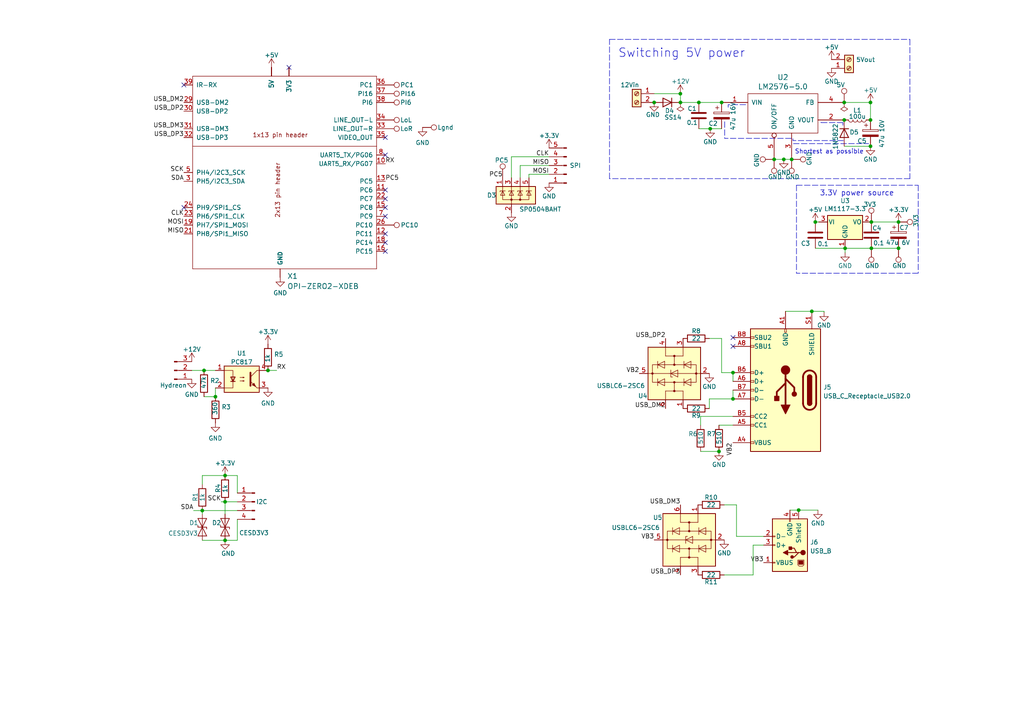
<source format=kicad_sch>
(kicad_sch (version 20240101) (generator "eeschema") (generator_version "8.99")
  (paper "A4")
  (lib_symbols
    (symbol "Connector:Conn_01x03_Male" (pin_names (offset 1.016) hide)
      (property "Reference" "J" (at 0 5.08 0))
      (property "Value" "Conn_01x03_Male" (at 0 -5.08 0))
      (symbol "Conn_01x03_Male_1_1"
        (pin passive line (at 5.08 2.54 180) (length 3.81) (name "Pin_1") (number "1"))
        (pin passive line (at 5.08 0 180) (length 3.81) (name "Pin_2") (number "2"))
        (pin passive line (at 5.08 -2.54 180) (length 3.81) (name "Pin_3") (number "3"))
      )
    )
    (symbol "Connector:Conn_01x04_Male" (pin_names (offset 1.016) hide)
      (property "Reference" "J" (at 0 5.08 0))
      (property "Value" "Conn_01x04_Male" (at 0 -7.62 0))
      (symbol "Conn_01x04_Male_1_1"
        (pin passive line (at 5.08 2.54 180) (length 3.81) (name "Pin_1") (number "1"))
        (pin passive line (at 5.08 0 180) (length 3.81) (name "Pin_2") (number "2"))
        (pin passive line (at 5.08 -2.54 180) (length 3.81) (name "Pin_3") (number "3"))
        (pin passive line (at 5.08 -5.08 180) (length 3.81) (name "Pin_4") (number "4"))
      )
    )
    (symbol "Connector:Conn_01x05_Male" (pin_names (offset 1.016) hide)
      (property "Reference" "J" (at 0 7.62 0))
      (property "Value" "Conn_01x05_Male" (at 0 -7.62 0))
      (symbol "Conn_01x05_Male_1_1"
        (pin passive line (at 5.08 5.08 180) (length 3.81) (name "Pin_1") (number "1"))
        (pin passive line (at 5.08 2.54 180) (length 3.81) (name "Pin_2") (number "2"))
        (pin passive line (at 5.08 0 180) (length 3.81) (name "Pin_3") (number "3"))
        (pin passive line (at 5.08 -2.54 180) (length 3.81) (name "Pin_4") (number "4"))
        (pin passive line (at 5.08 -5.08 180) (length 3.81) (name "Pin_5") (number "5"))
      )
    )
    (symbol "Connector:Screw_Terminal_01x02" (pin_names (offset 1.016) hide)
      (property "Reference" "J" (at 0 2.54 0))
      (property "Value" "Screw_Terminal_01x02" (at 0 -5.08 0))
      (symbol "Screw_Terminal_01x02_1_1"
        (pin passive line (at -5.08 0 0) (length 3.81) (name "Pin_1") (number "1"))
        (pin passive line (at -5.08 -2.54 0) (length 3.81) (name "Pin_2") (number "2"))
      )
    )
    (symbol "Connector:TestPoint" (pin_numbers hide) (pin_names (offset 0.762) hide)
      (property "Reference" "TP" (at 0 6.858 0))
      (property "Value" "TestPoint" (at 0 5.08 0))
      (symbol "TestPoint_1_1"
        (pin passive line (at 0 0 90) (length 2.54) (name "1") (number "1"))
      )
    )
    (symbol "Connector:USB_B" (pin_names (offset 1.016))
      (property "Reference" "J" (at -5.08 11.43 0))
      (property "Value" "USB_B" (at -5.08 8.89 0))
      (symbol "USB_B_1_1"
        (pin power_out line (at 7.62 5.08 180) (length 2.54) (name "VBUS") (number "1"))
        (pin bidirectional line (at 7.62 -2.54 180) (length 2.54) (name "D-") (number "2"))
        (pin bidirectional line (at 7.62 0 180) (length 2.54) (name "D+") (number "3"))
        (pin power_out line (at 0 -10.16 90) (length 2.54) (name "GND") (number "4"))
        (pin passive line (at -2.54 -10.16 90) (length 2.54) (name "Shield") (number "5"))
      )
    )
    (symbol "Connector:USB_C_Receptacle_USB2.0" (pin_names (offset 1.016))
      (property "Reference" "J" (at -10.16 19.05 0))
      (property "Value" "USB_C_Receptacle_USB2.0" (at 19.05 19.05 0))
      (symbol "USB_C_Receptacle_USB2.0_1_1"
        (pin passive line (at 0 -22.86 90) (length 5.08) (name "GND") (number "A1"))
        (pin passive line (at 0 -22.86 90) (length 5.08) hide (name "GND") (number "A12"))
        (pin passive line (at 15.24 15.24 180) (length 5.08) (name "VBUS") (number "A4"))
        (pin bidirectional line (at 15.24 10.16 180) (length 5.08) (name "CC1") (number "A5"))
        (pin bidirectional line (at 15.24 -2.54 180) (length 5.08) (name "D+") (number "A6"))
        (pin bidirectional line (at 15.24 2.54 180) (length 5.08) (name "D-") (number "A7"))
        (pin bidirectional line (at 15.24 -12.7 180) (length 5.08) (name "SBU1") (number "A8"))
        (pin passive line (at 15.24 15.24 180) (length 5.08) hide (name "VBUS") (number "A9"))
        (pin passive line (at 0 -22.86 90) (length 5.08) hide (name "GND") (number "B1"))
        (pin passive line (at 0 -22.86 90) (length 5.08) hide (name "GND") (number "B12"))
        (pin passive line (at 15.24 15.24 180) (length 5.08) hide (name "VBUS") (number "B4"))
        (pin bidirectional line (at 15.24 7.62 180) (length 5.08) (name "CC2") (number "B5"))
        (pin bidirectional line (at 15.24 -5.08 180) (length 5.08) (name "D+") (number "B6"))
        (pin bidirectional line (at 15.24 0 180) (length 5.08) (name "D-") (number "B7"))
        (pin bidirectional line (at 15.24 -15.24 180) (length 5.08) (name "SBU2") (number "B8"))
        (pin passive line (at 15.24 15.24 180) (length 5.08) hide (name "VBUS") (number "B9"))
        (pin passive line (at -7.62 -22.86 90) (length 5.08) (name "SHIELD") (number "S1"))
      )
    )
    (symbol "Device:C" (pin_numbers hide) (pin_names (offset 0.254))
      (property "Reference" "C" (at 0.635 2.54 0))
      (property "Value" "C" (at 0.635 -2.54 0))
      (symbol "C_1_1"
        (pin passive line (at 0 3.81 270) (length 2.794) (name "~") (number "1"))
        (pin passive line (at 0 -3.81 90) (length 2.794) (name "~") (number "2"))
      )
    )
    (symbol "Device:C_Polarized" (pin_numbers hide) (pin_names (offset 0.254))
      (property "Reference" "C" (at 0.635 2.54 0))
      (property "Value" "C_Polarized" (at 0.635 -2.54 0))
      (symbol "C_Polarized_1_1"
        (pin passive line (at 0 3.81 270) (length 2.794) (name "~") (number "1"))
        (pin passive line (at 0 -3.81 90) (length 2.794) (name "~") (number "2"))
      )
    )
    (symbol "Device:D" (pin_numbers hide) (pin_names (offset 1.016) hide)
      (property "Reference" "D" (at 0 2.54 0))
      (property "Value" "D" (at 0 -2.54 0))
      (symbol "D_1_1"
        (pin passive line (at -3.81 0 0) (length 2.54) (name "K") (number "1"))
        (pin passive line (at 3.81 0 180) (length 2.54) (name "A") (number "2"))
      )
    )
    (symbol "Device:L" (pin_numbers hide) (pin_names (offset 1.016) hide)
      (property "Reference" "L" (at -1.27 0 90))
      (property "Value" "L" (at 1.905 0 90))
      (symbol "L_1_1"
        (pin passive line (at 0 3.81 270) (length 1.27) (name "1") (number "1"))
        (pin passive line (at 0 -3.81 90) (length 1.27) (name "2") (number "2"))
      )
    )
    (symbol "Device:R" (pin_numbers hide) (pin_names (offset 0))
      (property "Reference" "R" (at 2.032 0 90))
      (property "Value" "R" (at 0 0 90))
      (symbol "R_1_1"
        (pin passive line (at 0 3.81 270) (length 1.27) (name "~") (number "1"))
        (pin passive line (at 0 -3.81 90) (length 1.27) (name "~") (number "2"))
      )
    )
    (symbol "Diode:ESD9B3.3ST5G" (pin_numbers hide) (pin_names (offset 1.016) hide)
      (property "Reference" "D" (at 0 2.54 0))
      (property "Value" "ESD9B3.3ST5G" (at 0 -2.54 0))
      (symbol "ESD9B3.3ST5G_1_1"
        (pin passive line (at -3.81 0 0) (length 2.54) (name "A1") (number "1"))
        (pin passive line (at 3.81 0 180) (length 2.54) (name "A2") (number "2"))
      )
    )
    (symbol "Isolator:PC817" (pin_names (offset 1.016))
      (property "Reference" "U" (at -5.08 5.08 0))
      (property "Value" "PC817" (at 0 5.08 0))
      (symbol "PC817_1_1"
        (pin passive line (at -7.62 2.54 0) (length 2.54) (name "~") (number "1"))
        (pin passive line (at -7.62 -2.54 0) (length 2.54) (name "~") (number "2"))
        (pin passive line (at 7.62 -2.54 180) (length 2.54) (name "~") (number "3"))
        (pin passive line (at 7.62 2.54 180) (length 2.54) (name "~") (number "4"))
      )
    )
    (symbol "Power_Protection:SP0504BAHT" (pin_names hide)
      (property "Reference" "D" (at 7.62 2.54 0))
      (property "Value" "SP0504BAHT" (at 7.62 0.635 0))
      (symbol "SP0504BAHT_0_0"
        (pin passive line (at 0 -5.08 90) (length 2.54) (name "A") (number "2"))
      )
      (symbol "SP0504BAHT_1_1"
        (pin passive line (at -2.54 5.08 270) (length 2.54) (name "K") (number "1"))
        (pin passive line (at 0 5.08 270) (length 2.54) (name "K") (number "3"))
        (pin passive line (at 2.54 5.08 270) (length 2.54) (name "K") (number "4"))
        (pin passive line (at 5.08 5.08 270) (length 2.54) (name "K") (number "5"))
      )
    )
    (symbol "Power_Protection:USBLC6-2SC6" (pin_names hide)
      (property "Reference" "U" (at 2.54 8.89 0))
      (property "Value" "USBLC6-2SC6" (at 2.54 -8.89 0))
      (symbol "USBLC6-2SC6_1_1"
        (pin passive line (at -10.16 -2.54 0) (length 2.54) (name "I/O1") (number "1"))
        (pin passive line (at 0 -10.16 90) (length 2.54) (name "GND") (number "2"))
        (pin passive line (at 10.16 -2.54 180) (length 2.54) (name "I/O2") (number "3"))
        (pin passive line (at 10.16 2.54 180) (length 2.54) (name "I/O2") (number "4"))
        (pin passive line (at 0 10.16 270) (length 2.54) (name "VBUS") (number "5"))
        (pin passive line (at -10.16 2.54 0) (length 2.54) (name "I/O1") (number "6"))
      )
    )
    (symbol "Regulator_Linear:LM1117-3.3" (pin_names (offset 0.254))
      (property "Reference" "U" (at -3.81 3.175 0))
      (property "Value" "LM1117-3.3" (at 0 3.175 0))
      (symbol "LM1117-3.3_1_1"
        (pin power_in line (at 0 -7.62 90) (length 2.54) (name "GND") (number "1"))
        (pin power_out line (at 7.62 0 180) (length 2.54) (name "VO") (number "2"))
        (pin power_in line (at -7.62 0 0) (length 2.54) (name "VI") (number "3"))
      )
    )
    (symbol "opi-hat:OPI-ZERO2-XDEB" (pin_names (offset 1.016))
      (property "Reference" "X" (at 2.54 5.08 0))
      (property "Value" "OPI-ZERO2-XDEB" (at 2.54 2.54 0))
      (symbol "OPI-ZERO2-XDEB_1_0"
        (text "1x13 pin header" (at 25.4 38.1 0) (effects (font (size 1.27 1.27)) (justify bottom)))
        (text "2x13 pin header" (at 25.4 22.86 900) (effects (font (size 1.27 1.27)) (justify bottom)))
        (pin power_in line (at 27.94 58.42 270) (length 2.54) (name "3V3") (number "1"))
        (pin bidirectional line (at 55.88 30.48 180) (length 2.54) (name "UART5_RX/PG07") (number "10"))
        (pin bidirectional line (at 55.88 22.86 180) (length 2.54) (name "PC6") (number "11"))
        (pin bidirectional line (at 55.88 10.16 180) (length 2.54) (name "PC11") (number "12"))
        (pin bidirectional line (at 55.88 25.4 180) (length 2.54) (name "PC5") (number "13"))
        (pin power_in line (at 25.4 -2.54 90) (length 2.54) (name "GND") (number "14"))
        (pin bidirectional line (at 55.88 17.78 180) (length 2.54) (name "PC8") (number "15"))
        (pin bidirectional line (at 55.88 5.08 180) (length 2.54) (name "PC15") (number "16"))
        (pin power_in line (at 27.94 58.42 270) (length 2.54) (name "3V3") (number "17"))
        (pin bidirectional line (at 55.88 7.62 180) (length 2.54) (name "PC14") (number "18"))
        (pin bidirectional line (at -2.54 12.7 0) (length 2.54) (name "PH7/SPI1_MOSI") (number "19"))
        (pin power_in line (at 22.86 58.42 270) (length 2.54) (name "5V") (number "2"))
        (pin power_in line (at 25.4 -2.54 90) (length 2.54) (name "GND") (number "20"))
        (pin bidirectional line (at -2.54 10.16 0) (length 2.54) (name "PH8/SPI1_MISO") (number "21"))
        (pin bidirectional line (at 55.88 20.32 180) (length 2.54) (name "PC7") (number "22"))
        (pin bidirectional line (at -2.54 15.24 0) (length 2.54) (name "PH6/SPI1_CLK") (number "23"))
        (pin bidirectional line (at -2.54 17.78 0) (length 2.54) (name "PH9/SPI1_CS") (number "24"))
        (pin power_in line (at 25.4 -2.54 90) (length 2.54) (name "GND") (number "25"))
        (pin bidirectional line (at 55.88 12.7 180) (length 2.54) (name "PC10") (number "26"))
        (pin power_in line (at 22.86 58.42 270) (length 2.54) (name "5V") (number "27"))
        (pin power_in line (at 22.86 58.42 270) (length 2.54) (name "5V") (number "27"))
        (pin power_in line (at 25.4 -2.54 90) (length 2.54) (name "GND") (number "28"))
        (pin bidirectional line (at -2.54 48.26 0) (length 2.54) (name "USB-DM2") (number "29"))
        (pin bidirectional line (at -2.54 25.4 0) (length 2.54) (name "PH5/I2C3_SDA") (number "3"))
        (pin bidirectional line (at -2.54 45.72 0) (length 2.54) (name "USB-DP2") (number "30"))
        (pin bidirectional line (at -2.54 40.64 0) (length 2.54) (name "USB-DM3") (number "31"))
        (pin bidirectional line (at -2.54 38.1 0) (length 2.54) (name "USB-DP3") (number "32"))
        (pin passive line (at 55.88 40.64 180) (length 2.54) (name "LINE_OUT-R") (number "33"))
        (pin passive line (at 55.88 43.18 180) (length 2.54) (name "LINE_OUT-L") (number "34"))
        (pin passive line (at 55.88 38.1 180) (length 2.54) (name "VIDEO_OUT") (number "35"))
        (pin passive line (at 55.88 53.34 180) (length 2.54) (name "PC1") (number "36"))
        (pin passive line (at 55.88 50.8 180) (length 2.54) (name "PI16") (number "37"))
        (pin passive line (at 55.88 48.26 180) (length 2.54) (name "PI6") (number "38"))
        (pin passive line (at -2.54 53.34 0) (length 2.54) (name "IR-RX") (number "39"))
        (pin power_in line (at 22.86 58.42 270) (length 2.54) (name "5V") (number "4"))
        (pin power_in line (at 22.86 58.42 270) (length 2.54) (name "5V") (number "4"))
        (pin bidirectional line (at -2.54 27.94 0) (length 2.54) (name "PH4/I2C3_SCK") (number "5"))
        (pin power_in line (at 25.4 -2.54 90) (length 2.54) (name "GND") (number "6"))
        (pin bidirectional line (at 55.88 15.24 180) (length 2.54) (name "PC9") (number "7"))
        (pin bidirectional line (at 55.88 33.02 180) (length 2.54) (name "UART5_TX/PG06") (number "8"))
        (pin power_in line (at 25.4 -2.54 90) (length 2.54) (name "GND") (number "9"))
      )
    )
    (symbol "power:+12V" (power) (pin_names (offset 0))
      (property "Value" "+12V" (at 0 3.556 0))
      (symbol "+12V_1_1"
        (pin power_in line (at 0 0 90) (length 0) hide (name "+12V") (number "1"))
      )
    )
    (symbol "power:+3.3V" (power) (pin_names (offset 0))
      (property "Value" "+3.3V" (at 0 3.556 0))
      (symbol "+3.3V_1_1"
        (pin power_in line (at 0 0 90) (length 0) hide (name "+3.3V") (number "1"))
      )
    )
    (symbol "power:+5V" (power) (pin_names (offset 0))
      (property "Value" "+5V" (at 0 3.556 0))
      (symbol "+5V_1_1"
        (pin power_in line (at 0 0 90) (length 0) hide (name "+5V") (number "1"))
      )
    )
    (symbol "power:GND" (power) (pin_names (offset 0))
      (property "Value" "GND" (at 0 -3.81 0))
      (symbol "GND_1_1"
        (pin power_in line (at 0 0 270) (length 0) hide (name "GND") (number "1"))
      )
    )
    (symbol "power:PWR_FLAG" (power) (pin_numbers hide) (pin_names (offset 0) hide)
      (property "Value" "PWR_FLAG" (at 0 3.81 0))
      (symbol "PWR_FLAG_0_0"
        (pin power_out line (at 0 0 90) (length 0) (name "pwr") (number "1"))
      )
    )
    (symbol "stm32-rescue:+5V" (power) (pin_names (offset 0))
      (property "Value" "+5V" (at 0 3.556 0))
      (symbol "+5V_1_1"
        (pin power_in line (at 0 0 90) (length 0) hide (name "+5V") (number "1"))
      )
    )
    (symbol "stm32-rescue:C" (pin_numbers hide) (pin_names (offset 0.254))
      (property "Reference" "C" (at 0.635 2.54 0))
      (property "Value" "C" (at 0.635 -2.54 0))
      (symbol "C_1_1"
        (pin passive line (at 0 3.81 270) (length 2.794) (name "~") (number "1"))
        (pin passive line (at 0 -3.81 90) (length 2.794) (name "~") (number "2"))
      )
    )
    (symbol "stm32-rescue:CP" (pin_numbers hide) (pin_names (offset 0.254))
      (property "Reference" "C" (at 0.635 2.54 0))
      (property "Value" "CP" (at 0.635 -2.54 0))
      (symbol "CP_1_1"
        (pin passive line (at 0 3.81 270) (length 2.794) (name "~") (number "1"))
        (pin passive line (at 0 -3.81 90) (length 2.794) (name "~") (number "2"))
      )
    )
    (symbol "vreg:LM2576" (pin_names (offset 1.016))
      (property "Reference" "U" (at -8.89 6.35 0))
      (property "Value" "LM2576" (at 6.35 6.35 0))
      (symbol "LM2576_1_1"
        (pin power_in line (at -17.78 2.54 0) (length 7.62) (name "VIN") (number "1"))
        (pin power_out line (at 17.78 -2.54 180) (length 7.62) (name "VOUT") (number "2"))
        (pin power_in line (at 2.54 -13.97 90) (length 7.62) (name "GND") (number "3"))
        (pin input line (at 17.78 2.54 180) (length 7.62) (name "FB") (number "4"))
        (pin input inverted (at -2.54 -13.97 90) (length 7.62) (name "ON/OFF") (number "5"))
      )
    )
  )
  (junction (at 260.604 72.009))
  (junction (at 252.476 29.718))
  (junction (at 244.856 29.718))
  (junction (at 212.598 115.697))
  (junction (at 62.484 115.062))
  (junction (at 229.616 46.228))
  (junction (at 208.534 130.937))
  (junction (at 205.994 37.338))
  (junction (at 252.73 64.389))
  (junction (at 236.474 64.389))
  (junction (at 212.598 108.077))
  (junction (at 58.674 148.082))
  (junction (at 231.648 147.955))
  (junction (at 197.3326 27.178))
  (junction (at 252.73 72.009))
  (junction (at 77.724 107.442))
  (junction (at 235.458 90.297))
  (junction (at 227.33 46.228))
  (junction (at 244.856 34.798))
  (junction (at 260.604 64.389))
  (junction (at 224.536 46.228))
  (junction (at 65.278 137.922))
  (junction (at 252.476 34.798))
  (junction (at 197.358 29.718))
  (junction (at 65.278 156.718))
  (junction (at 202.692 29.718))
  (junction (at 59.182 107.442))
  (junction (at 189.738 29.718))
  (junction (at 252.476 42.418))
  (junction (at 65.278 145.542))
  (junction (at 209.296 29.718))
  (junction (at 245.11 72.009))
  (no_connect (at 83.82 19.558))
  (no_connect (at 212.598 97.917))
  (no_connect (at 212.598 100.457))
  (no_connect (at 111.76 57.658))
  (no_connect (at 111.76 62.738))
  (no_connect (at 111.76 55.118))
  (no_connect (at 111.76 60.198))
  (no_connect (at 111.76 39.878))
  (no_connect (at 111.76 44.958))
  (no_connect (at 53.34 24.638))
  (no_connect (at 53.34 60.198))
  (no_connect (at 111.76 70.358))
  (no_connect (at 111.76 67.818))
  (no_connect (at 111.76 72.898))
  (polyline (pts (xy 263.906 51.816) (xy 176.784 51.816)) (stroke (width 0) (type dash)))
  (polyline (pts (xy 231.013 53.721) (xy 231.013 79.248)) (stroke (width 0) (type dash)))
  (wire (pts (xy 68.834 137.922) (xy 68.834 143.002)))
  (wire (pts (xy 203.2 120.777) (xy 203.2 123.317)))
  (polyline (pts (xy 238.125 35.433) (xy 238.125 35.56)) (stroke (width 0) (type dash)))
  (wire (pts (xy 197.3326 27.178) (xy 197.358 27.178)))
  (wire (pts (xy 229.108 147.955) (xy 231.648 147.955)))
  (wire (pts (xy 77.724 107.442) (xy 80.264 107.442)))
  (wire (pts (xy 205.74 118.491) (xy 205.74 115.697)))
  (polyline (pts (xy 266.319 53.721) (xy 266.319 79.248)) (stroke (width 0) (type dash)))
  (wire (pts (xy 64.135 145.542) (xy 65.278 145.542)))
  (wire (pts (xy 213.614 155.575) (xy 213.614 146.431)))
  (polyline (pts (xy 266.319 79.248) (xy 231.013 79.248)) (stroke (width 0) (type dash)))
  (wire (pts (xy 56.134 148.082) (xy 58.674 148.082)))
  (wire (pts (xy 55.626 107.442) (xy 59.182 107.442)))
  (wire (pts (xy 213.614 146.431) (xy 210.058 146.431)))
  (wire (pts (xy 65.278 156.718) (xy 68.834 156.718)))
  (wire (pts (xy 209.296 98.171) (xy 205.74 98.171)))
  (wire (pts (xy 252.73 72.009) (xy 260.604 72.009)))
  (wire (pts (xy 153.416 50.546) (xy 159.258 50.546)))
  (wire (pts (xy 235.458 90.297) (xy 239.014 90.297)))
  (polyline (pts (xy 231.013 53.721) (xy 266.319 53.721)) (stroke (width 0) (type dash)))
  (wire (pts (xy 202.692 37.338) (xy 205.994 37.338)))
  (wire (pts (xy 65.278 145.542) (xy 68.834 145.542)))
  (wire (pts (xy 58.674 148.082) (xy 58.674 149.098)))
  (wire (pts (xy 236.474 72.009) (xy 245.11 72.009)))
  (wire (pts (xy 212.598 120.777) (xy 203.2 120.777)))
  (wire (pts (xy 212.598 108.077) (xy 209.296 108.077)))
  (wire (pts (xy 208.534 123.317) (xy 212.598 123.317)))
  (wire (pts (xy 148.336 45.466) (xy 148.336 51.562)))
  (wire (pts (xy 58.674 137.922) (xy 65.278 137.922)))
  (wire (pts (xy 252.476 42.418) (xy 244.856 42.418)))
  (polyline (pts (xy 244.475 36.322) (xy 244.475 35.56)) (stroke (width 0) (type dash)))
  (wire (pts (xy 150.876 48.006) (xy 150.876 51.562)))
  (wire (pts (xy 159.258 48.006) (xy 150.876 48.006)))
  (polyline (pts (xy 229.997 40.259) (xy 229.997 40.767)) (stroke (width 0) (type dash)))
  (wire (pts (xy 153.416 51.562) (xy 153.416 50.546)))
  (polyline (pts (xy 230.124 41.656) (xy 251.968 41.656)) (stroke (width 0) (type dash)))
  (wire (pts (xy 221.488 155.575) (xy 213.614 155.575)))
  (wire (pts (xy 202.692 29.718) (xy 209.296 29.718)))
  (wire (pts (xy 203.2 130.937) (xy 208.534 130.937)))
  (wire (pts (xy 229.616 46.228) (xy 227.33 46.228)))
  (wire (pts (xy 245.11 72.009) (xy 252.73 72.009)))
  (wire (pts (xy 237.49 64.389) (xy 236.474 64.389)))
  (polyline (pts (xy 244.602 40.767) (xy 229.997 40.767)) (stroke (width 0) (type dash)))
  (wire (pts (xy 189.738 27.178) (xy 197.3326 27.178)))
  (polyline (pts (xy 211.201 30.353) (xy 211.201 31.115)) (stroke (width 0) (type dash)))
  (wire (pts (xy 205.74 115.697) (xy 212.598 115.697)))
  (polyline (pts (xy 176.784 51.816) (xy 176.784 11.43)) (stroke (width 0) (type dash)))
  (wire (pts (xy 58.674 156.718) (xy 65.278 156.718)))
  (wire (pts (xy 62.484 115.062) (xy 62.484 112.522)))
  (polyline (pts (xy 210.185 35.306) (xy 210.185 40.132)) (stroke (width 0) (type dash)))
  (wire (pts (xy 159.258 45.466) (xy 148.336 45.466)))
  (wire (pts (xy 197.358 27.178) (xy 197.358 29.718)))
  (wire (pts (xy 197.358 29.718) (xy 202.692 29.718)))
  (wire (pts (xy 218.44 158.115) (xy 221.488 158.115)))
  (polyline (pts (xy 229.489 40.132) (xy 210.185 40.132)) (stroke (width 0) (type dash)))
  (polyline (pts (xy 216.281 30.353) (xy 211.201 30.353)) (stroke (width 0) (type dash)))
  (polyline (pts (xy 244.475 35.56) (xy 238.125 35.56)) (stroke (width 0) (type dash)))
  (wire (pts (xy 231.648 147.955) (xy 237.236 147.955)))
  (polyline (pts (xy 263.906 11.43) (xy 263.906 51.816)) (stroke (width 0) (type dash)))
  (wire (pts (xy 58.674 140.462) (xy 58.674 137.922)))
  (wire (pts (xy 252.476 29.718) (xy 244.856 29.718)))
  (wire (pts (xy 65.278 145.542) (xy 65.278 149.098)))
  (wire (pts (xy 59.182 107.442) (xy 62.484 107.442)))
  (wire (pts (xy 218.44 166.751) (xy 218.44 158.115)))
  (wire (pts (xy 245.11 73.279) (xy 245.11 72.009)))
  (wire (pts (xy 65.278 137.922) (xy 68.834 137.922)))
  (wire (pts (xy 252.73 64.389) (xy 260.604 64.389)))
  (wire (pts (xy 212.598 113.157) (xy 212.598 115.697)))
  (wire (pts (xy 227.33 46.228) (xy 224.536 46.228)))
  (wire (pts (xy 212.598 108.077) (xy 212.598 110.617)))
  (wire (pts (xy 209.296 98.171) (xy 209.296 108.077)))
  (wire (pts (xy 210.058 166.751) (xy 218.44 166.751)))
  (wire (pts (xy 227.838 90.297) (xy 235.458 90.297)))
  (wire (pts (xy 58.674 148.082) (xy 68.834 148.082)))
  (wire (pts (xy 239.014 90.297) (xy 239.014 90.551)))
  (wire (pts (xy 68.834 156.718) (xy 68.834 150.622)))
  (wire (pts (xy 252.476 34.798) (xy 252.476 29.718)))
  (wire (pts (xy 59.182 115.062) (xy 62.484 115.062)))
  (wire (pts (xy 205.994 37.338) (xy 209.296 37.338)))
  (polyline (pts (xy 176.784 11.43) (xy 263.906 11.43)) (stroke (width 0) (type dash)))
  (text "Switching 5V power" (at 179.2478 16.9418 0) (effects (font (size 2.4892 2.4892)) (justify left bottom)))
  (text "3.3V power source" (at 237.744 57.023 0) (effects (font (size 1.524 1.524)) (justify left bottom)))
  (text "Shortest as possible" (at 230.505 44.831 0) (effects (font (size 1.27 1.27)) (justify left bottom)))
  (label "RX" (at 111.76 47.498 0))
  (label "USB_DM3" (at 197.358 146.431 180))
  (label "USB_DM3" (at 53.34 37.338 180))
  (label "USB_DP2" (at 53.34 32.258 180))
  (label "VB3" (at 189.738 156.591 180))
  (label "VB3" (at 221.488 163.195 180))
  (label "MOSI" (at 159.258 50.546 180))
  (label "RX" (at 80.264 107.442 0))
  (label "SDA" (at 56.134 148.082 180))
  (label "PC5" (at 111.76 52.578 0))
  (label "MISO" (at 53.34 67.818 180))
  (label "VB2" (at 212.598 128.397 270))
  (label "CLK" (at 159.258 45.466 180))
  (label "VB2" (at 185.42 108.331 180))
  (label "SDA" (at 53.34 52.578 180))
  (label "USB_DP3" (at 53.34 39.878 180))
  (label "USB_DP3" (at 197.358 166.751 180))
  (label "USB_DM2" (at 53.34 29.718 180))
  (label "SCK" (at 53.34 50.038 180))
  (label "MOSI" (at 53.34 65.278 180))
  (label "MISO" (at 159.258 48.006 180))
  (label "USB_DP2" (at 193.04 98.171 180))
  (label "SCK" (at 64.135 145.542 180))
  (label "USB_DM2" (at 193.04 118.491 180))
  (label "PC5" (at 145.796 51.562 180))
  (label "CLK" (at 53.34 62.738 180))
  (symbol (lib_id "Device:R") (at 58.674 144.272 180) (unit 1)
    (property "Reference" "R1" (at 56.642 144.145 90))
    (property "Value" "1k" (at 58.674 144.272 90))
    (property "Footprint" "Resistor_SMD:R_0603_1608Metric_Pad0.98x0.95mm_HandSolder" (effects (hide yes)))
  )
  (symbol (lib_id "power:GND") (at 81.28 80.518 0) (unit 1)
    (property "Reference" "#PWR0101" (effects (hide yes)))
    (property "Value" "GND" (at 81.28 84.9614 0))
  )
  (symbol (lib_id "stm32-rescue:+5V") (at 252.476 29.718 0) (unit 1)
    (property "Reference" "#PWR0109" (effects (hide yes)))
    (property "Value" "+5V" (at 252.476 26.162 0))
  )
  (symbol (lib_id "power:GND") (at 239.014 90.551 0) (unit 1)
    (property "Reference" "#PWR0122" (effects (hide yes)))
    (property "Value" "GND" (at 239.014 94.361 0))
  )
  (symbol (lib_id "stm32-rescue:CP") (at 260.604 68.199 0) (unit 1)
    (property "Reference" "C7" (at 260.858 66.04 0) (effects (justify left)))
    (property "Value" "47u 6V" (at 256.921 70.358 0) (effects (justify left)))
    (property "Footprint" "Capacitor_Tantalum_SMD:CP_EIA-3216-18_Kemet-A_Pad1.58x1.35mm_HandSolder" (effects (hide yes)))
  )
  (symbol (lib_id "power:GND") (at 205.994 37.338 0) (unit 1)
    (property "Reference" "#PWR0105" (effects (hide yes)))
    (property "Value" "GND" (at 205.994 41.148 0))
  )
  (symbol (lib_id "Connector:Screw_Terminal_01x02") (at 246.253 19.812 0) (mirror x) (unit 1)
    (property "Reference" "J7" (effects (hide yes)))
    (property "Value" "5Vout" (at 248.285 17.2974 0) (effects (justify left)))
    (property "Footprint" "Connector_JST:JST_PH_B2B-PH-K_1x02_P2.00mm_Vertical" (effects (hide yes)))
  )
  (symbol (lib_id "power:GND") (at 77.724 112.522 0) (unit 1)
    (property "Reference" "#PWR0113" (effects (hide yes)))
    (property "Value" "GND" (at 77.724 116.9654 0))
  )
  (symbol (lib_id "Connector:TestPoint") (at 229.616 46.228 180) (unit 1)
    (property "Reference" "TP14" (effects (hide yes)))
    (property "Value" "GND" (at 231.902 51.308 0) (effects (justify left)))
    (property "Footprint" "TestPoint:TestPoint_THTPad_2.5x2.5mm_Drill1.2mm" (effects (hide yes)))
  )
  (symbol (lib_id "vreg:LM2576") (at 227.076 32.258 0) (unit 1)
    (property "Reference" "U2" (at 227.076 22.4282 0) (effects (font (size 1.524 1.524))))
    (property "Value" "LM2576-5.0" (at 227.076 25.1206 0) (effects (font (size 1.524 1.524))))
    (property "Footprint" "Package_TO_SOT_SMD:TO-263-5_TabPin3" (effects (hide yes)))
    (property "Manufacturer" "Texas Instruments" (effects (hide yes)))
  )
  (symbol (lib_id "Diode:ESD9B3.3ST5G") (at 58.674 152.908 270) (unit 1)
    (property "Reference" "D1" (at 54.864 151.638 90) (effects (justify left)))
    (property "Value" "CESD3V3" (at 48.768 154.686 90) (effects (justify left)))
    (property "Footprint" "Diode_SMD:D_SOD-323_HandSoldering" (effects (hide yes)))
    (property "Datasheet" "https://www.onsemi.com/pub/Collateral/ESD9B-D.PDF" (effects (hide yes)))
  )
  (symbol (lib_id "power:+3.3V") (at 159.258 42.926 0) (unit 1)
    (property "Reference" "#PWR0126" (effects (hide yes)))
    (property "Value" "+3.3V" (at 159.258 39.3502 0))
  )
  (symbol (lib_id "Connector:TestPoint") (at 224.536 46.228 90) (unit 1)
    (property "Reference" "TP1" (effects (hide yes)))
    (property "Value" "GND" (at 219.456 48.514 0) (effects (justify left)))
    (property "Footprint" "TestPoint:TestPoint_THTPad_2.5x2.5mm_Drill1.2mm" (effects (hide yes)))
  )
  (symbol (lib_id "Connector:TestPoint") (at 145.796 51.562 0) (unit 1)
    (property "Reference" "TP7" (effects (hide yes)))
    (property "Value" "PC5" (at 143.51 46.482 0) (effects (justify left)))
    (property "Footprint" "TestPoint:TestPoint_THTPad_2.5x2.5mm_Drill1.2mm" (effects (hide yes)))
  )
  (symbol (lib_id "Connector:TestPoint") (at 260.604 72.009 180) (unit 1)
    (property "Reference" "TP17" (effects (hide yes)))
    (property "Value" "GND" (at 262.89 77.089 0) (effects (justify left)))
    (property "Footprint" "TestPoint:TestPoint_THTPad_2.5x2.5mm_Drill1.2mm" (effects (hide yes)))
  )
  (symbol (lib_id "power:+3.3V") (at 77.724 99.822 0) (unit 1)
    (property "Reference" "#PWR0114" (effects (hide yes)))
    (property "Value" "+3.3V" (at 77.724 96.2462 0))
  )
  (symbol (lib_id "power:GND") (at 159.258 53.086 0) (unit 1)
    (property "Reference" "#PWR0125" (effects (hide yes)))
    (property "Value" "GND" (at 159.258 56.896 0))
  )
  (symbol (lib_id "power:GND") (at 122.555 36.957 0) (unit 1)
    (property "Reference" "#PWR03" (effects (hide yes)))
    (property "Value" "GND" (at 122.555 41.4004 0))
  )
  (symbol (lib_id "Connector:TestPoint") (at 111.76 65.278 270) (unit 1)
    (property "Reference" "TP5" (effects (hide yes)))
    (property "Value" "PC10" (at 116.205 65.278 90) (effects (justify left)))
    (property "Footprint" "TestPoint:TestPoint_THTPad_2.5x2.5mm_Drill1.2mm" (effects (hide yes)))
  )
  (symbol (lib_id "power:PWR_FLAG") (at 197.358 29.718 180) (unit 1)
    (property "Reference" "#FLG0102" (effects (hide yes)))
    (property "Value" "PWR_FLAG" (effects (hide yes)))
  )
  (symbol (lib_id "Device:D") (at 244.856 38.608 270) (unit 1)
    (property "Reference" "D5" (at 246.38 38.354 90) (effects (justify left)))
    (property "Value" "1N5822" (at 242.316 35.814 0) (effects (justify left)))
    (property "Footprint" "Diode_THT:D_DO-201_P3.81mm_Vertical_AnodeUp" (effects (hide yes)))
  )
  (symbol (lib_id "power:GND") (at 189.738 29.718 0) (unit 1)
    (property "Reference" "#PWR0104" (effects (hide yes)))
    (property "Value" "GND" (at 189.357 33.274 0))
  )
  (symbol (lib_id "Device:R") (at 206.248 146.431 270) (unit 1)
    (property "Reference" "R10" (at 206.248 144.272 90))
    (property "Value" "22" (at 206.248 146.431 90))
    (property "Footprint" "Resistor_SMD:R_0603_1608Metric_Pad0.98x0.95mm_HandSolder" (effects (hide yes)))
  )
  (symbol (lib_id "power:PWR_FLAG") (at 244.856 29.718 180) (unit 1)
    (property "Reference" "#FLG0103" (effects (hide yes)))
    (property "Value" "PWR_FLAG" (effects (hide yes)))
  )
  (symbol (lib_id "Connector:TestPoint") (at 252.73 72.009 180) (unit 1)
    (property "Reference" "TP15" (effects (hide yes)))
    (property "Value" "GND" (at 255.016 77.089 0) (effects (justify left)))
    (property "Footprint" "TestPoint:TestPoint_THTPad_2.5x2.5mm_Drill1.2mm" (effects (hide yes)))
  )
  (symbol (lib_id "power:+12V") (at 197.3326 27.178 0) (unit 1)
    (property "Reference" "#PWR0106" (effects (hide yes)))
    (property "Value" "+12V" (at 197.3326 23.6022 0))
  )
  (symbol (lib_id "power:GND") (at 210.058 156.591 0) (unit 1)
    (property "Reference" "#PWR02" (effects (hide yes)))
    (property "Value" "GND" (at 210.058 160.401 0))
  )
  (symbol (lib_id "Connector:TestPoint") (at 111.76 37.338 270) (unit 1)
    (property "Reference" "TP11" (effects (hide yes)))
    (property "Value" "LoR" (at 116.078 37.338 90) (effects (justify left)))
    (property "Footprint" "TestPoint:TestPoint_THTPad_1.0x1.0mm_Drill0.5mm" (effects (hide yes)))
  )
  (symbol (lib_id "Device:R") (at 208.534 127.127 0) (unit 1)
    (property "Reference" "R7" (at 204.978 125.857 0) (effects (justify left)))
    (property "Value" "510" (at 208.534 128.905 90) (effects (justify left)))
    (property "Footprint" "Resistor_SMD:R_0603_1608Metric_Pad0.98x0.95mm_HandSolder" (effects (hide yes)))
  )
  (symbol (lib_id "Device:C_Polarized") (at 252.476 38.608 0) (unit 1)
    (property "Reference" "C5" (at 248.666 40.894 0) (effects (justify left)))
    (property "Value" "47u 10V" (at 255.778 42.926 90) (effects (justify left)))
    (property "Footprint" "Capacitor_Tantalum_SMD:CP_EIA-6032-28_Kemet-C_Pad2.25x2.35mm_HandSolder" (effects (hide yes)))
  )
  (symbol (lib_id "Device:R") (at 203.2 127.127 0) (unit 1)
    (property "Reference" "R6" (at 199.644 125.857 0) (effects (justify left)))
    (property "Value" "510" (at 203.2 128.905 90) (effects (justify left)))
    (property "Footprint" "Resistor_SMD:R_0603_1608Metric_Pad0.98x0.95mm_HandSolder" (effects (hide yes)))
  )
  (symbol (lib_id "Connector:Screw_Terminal_01x02") (at 184.658 27.178 0) (mirror y) (unit 1)
    (property "Reference" "J4" (effects (hide yes)))
    (property "Value" "12Vin" (at 185.42 24.638 0) (effects (justify left)))
    (property "Footprint" "TerminalBlock_Phoenix:TerminalBlock_Phoenix_MKDS-1,5-2_1x02_P5.00mm_Horizontal" (effects (hide yes)))
  )
  (symbol (lib_id "opi-hat:OPI-ZERO2-XDEB") (at 55.88 77.978 0) (unit 1)
    (property "Reference" "X1" (at 83.2994 80.0868 0) (effects (font (size 1.4986 1.4986)) (justify left)))
    (property "Value" "OPI-ZERO2-XDEB" (at 83.2994 83.0345 0) (effects (font (size 1.4986 1.4986)) (justify left)))
    (property "Footprint" "opi-hat:OPIZ2HAT" (effects (hide yes)))
  )
  (symbol (lib_id "Connector:USB_C_Receptacle_USB2.0") (at 227.838 113.157 180) (unit 1)
    (property "Reference" "J5" (at 238.76 112.3223 0) (effects (justify right)))
    (property "Value" "USB_C_Receptacle_USB2.0" (at 238.76 114.8592 0) (effects (justify right)))
    (property "Footprint" "Connector_USB:USB_C_Receptacle_HRO_TYPE-C-31-M-12" (effects (hide yes)))
    (property "Datasheet" "https://www.usb.org/sites/default/files/documents/usb_type-c.zip" (effects (hide yes)))
  )
  (symbol (lib_id "Device:R") (at 65.278 141.732 180) (unit 1)
    (property "Reference" "R4" (at 63.246 141.605 90))
    (property "Value" "1k" (at 65.278 141.732 90))
    (property "Footprint" "Resistor_SMD:R_0603_1608Metric_Pad0.98x0.95mm_HandSolder" (effects (hide yes)))
  )
  (symbol (lib_id "Connector:TestPoint") (at 224.536 46.228 180) (unit 1)
    (property "Reference" "TP13" (effects (hide yes)))
    (property "Value" "GND" (at 226.822 51.308 0) (effects (justify left)))
    (property "Footprint" "TestPoint:TestPoint_THTPad_2.5x2.5mm_Drill1.2mm" (effects (hide yes)))
  )
  (symbol (lib_id "Connector:TestPoint") (at 111.76 27.178 270) (unit 1)
    (property "Reference" "TP9" (effects (hide yes)))
    (property "Value" "PI16" (at 116.078 27.178 90) (effects (justify left)))
    (property "Footprint" "TestPoint:TestPoint_THTPad_2.5x2.5mm_Drill1.2mm" (effects (hide yes)))
  )
  (symbol (lib_id "power:GND") (at 205.74 108.331 0) (unit 1)
    (property "Reference" "#PWR01" (effects (hide yes)))
    (property "Value" "GND" (at 205.74 112.141 0))
  )
  (symbol (lib_id "Connector:TestPoint") (at 260.604 64.389 270) (unit 1)
    (property "Reference" "TP16" (effects (hide yes)))
    (property "Value" "3V3" (at 265.684 62.103 0) (effects (justify left)))
    (property "Footprint" "TestPoint:TestPoint_THTPad_2.5x2.5mm_Drill1.2mm" (effects (hide yes)))
  )
  (symbol (lib_id "Device:L") (at 248.666 34.798 270) (unit 1)
    (property "Reference" "L1" (at 248.666 32.004 90))
    (property "Value" "100u" (at 248.666 33.782 90))
    (property "Footprint" "Inductor_THT:L_Toroid_Horizontal_D6.5mm_P10.00mm_Diameter7-5mm_Amidon-T25" (effects (hide yes)))
  )
  (symbol (lib_id "Device:R") (at 62.484 118.872 0) (unit 1)
    (property "Reference" "R3" (at 64.262 118.0373 0) (effects (justify left)))
    (property "Value" "360" (at 62.357 120.396 90) (effects (justify left)))
    (property "Footprint" "Resistor_SMD:R_0603_1608Metric_Pad0.98x0.95mm_HandSolder" (effects (hide yes)))
  )
  (symbol (lib_id "power:GND") (at 241.173 19.812 0) (unit 1)
    (property "Reference" "#PWR0108" (effects (hide yes)))
    (property "Value" "GND" (at 241.173 23.622 0))
  )
  (symbol (lib_id "Power_Protection:USBLC6-2SC6") (at 199.898 156.591 90) (mirror x) (unit 1)
    (property "Reference" "U5" (at 190.754 150.114 90))
    (property "Value" "USBLC6-2SC6" (at 184.404 153.035 90))
    (property "Footprint" "Package_TO_SOT_SMD:SOT-23-6_Handsoldering" (effects (hide yes)))
    (property "Datasheet" "https://www.st.com/resource/en/datasheet/usblc6-2.pdf" (effects (hide yes)))
  )
  (symbol (lib_id "power:+3.3V") (at 65.278 137.922 0) (unit 1)
    (property "Reference" "#PWR0118" (effects (hide yes)))
    (property "Value" "+3.3V" (at 65.278 134.3462 0))
  )
  (symbol (lib_id "power:GND") (at 227.33 46.228 0) (unit 1)
    (property "Reference" "#PWR0111" (effects (hide yes)))
    (property "Value" "GND" (at 227.33 50.038 0))
  )
  (symbol (lib_id "Connector:USB_B") (at 229.108 158.115 180) (unit 1)
    (property "Reference" "J6" (at 234.95 157.2803 0) (effects (justify right)))
    (property "Value" "USB_B" (at 234.95 159.8172 0) (effects (justify right)))
    (property "Footprint" "Connector_USB:USB_Mini-B_Wuerth_65100516121_Horizontal" (effects (hide yes)))
    (property "Datasheet" " ~" (effects (hide yes)))
  )
  (symbol (lib_id "stm32-rescue:+5V") (at 241.173 17.272 0) (unit 1)
    (property "Reference" "#PWR0107" (effects (hide yes)))
    (property "Value" "+5V" (at 241.173 13.716 0))
  )
  (symbol (lib_id "Device:R") (at 77.724 103.632 0) (unit 1)
    (property "Reference" "R5" (at 79.502 102.7973 0) (effects (justify left)))
    (property "Value" "1k" (at 77.597 105.156 90) (effects (justify left)))
    (property "Footprint" "Resistor_SMD:R_0603_1608Metric_Pad0.98x0.95mm_HandSolder" (effects (hide yes)))
  )
  (symbol (lib_id "power:+3.3V") (at 260.604 64.389 0) (unit 1)
    (property "Reference" "#PWR0112" (effects (hide yes)))
    (property "Value" "+3.3V" (at 260.604 60.8132 0))
  )
  (symbol (lib_id "stm32-rescue:+5V") (at 236.474 64.389 0) (unit 1)
    (property "Reference" "#PWR0121" (effects (hide yes)))
    (property "Value" "+5V" (at 236.474 60.833 0))
  )
  (symbol (lib_id "Connector:Conn_01x03_Male") (at 50.546 107.442 0) (mirror x) (unit 1)
    (property "Reference" "J1" (effects (hide yes)))
    (property "Value" "Hydreon" (at 50.292 111.76 0))
    (property "Footprint" "Connector_JST:JST_PH_B3B-PH-K_1x03_P2.00mm_Vertical" (effects (hide yes)))
  )
  (symbol (lib_id "Connector:TestPoint") (at 252.73 64.389 0) (unit 1)
    (property "Reference" "TP4" (effects (hide yes)))
    (property "Value" "3V3" (at 250.444 59.309 0) (effects (justify left)))
    (property "Footprint" "TestPoint:TestPoint_THTPad_2.5x2.5mm_Drill1.2mm" (effects (hide yes)))
  )
  (symbol (lib_id "Device:R") (at 59.182 111.252 0) (unit 1)
    (property "Reference" "R2" (at 60.96 110.4173 0) (effects (justify left)))
    (property "Value" "47k" (at 59.055 112.776 90) (effects (justify left)))
    (property "Footprint" "Resistor_SMD:R_0603_1608Metric_Pad0.98x0.95mm_HandSolder" (effects (hide yes)))
  )
  (symbol (lib_id "power:GND") (at 252.476 42.418 0) (unit 1)
    (property "Reference" "#PWR0110" (effects (hide yes)))
    (property "Value" "GND" (at 252.476 46.228 0))
  )
  (symbol (lib_id "power:+12V") (at 55.626 104.902 0) (unit 1)
    (property "Reference" "#PWR0115" (effects (hide yes)))
    (property "Value" "+12V" (at 55.626 101.3262 0))
  )
  (symbol (lib_id "Device:C") (at 202.692 33.528 0) (unit 1)
    (property "Reference" "C1" (at 199.39 31.496 0) (effects (justify left)))
    (property "Value" "0.1" (at 199.136 35.56 0) (effects (justify left)))
    (property "Footprint" "Capacitor_SMD:C_0603_1608Metric_Pad1.08x0.95mm_HandSolder" (effects (hide yes)))
  )
  (symbol (lib_id "Power_Protection:SP0504BAHT") (at 148.336 56.642 0) (unit 1)
    (property "Reference" "D3" (at 141.224 56.642 0) (effects (justify left)))
    (property "Value" "SP0504BAHT" (at 150.622 60.706 0) (effects (justify left)))
    (property "Footprint" "Package_TO_SOT_SMD:SOT-23-5" (effects (hide yes)))
    (property "Datasheet" "http://www.littelfuse.com/~/media/files/littelfuse/technical%20resources/documents/data%20sheets/sp05xxba.pdf" (effects (hide yes)))
  )
  (symbol (lib_id "Device:D") (at 193.548 29.718 180) (unit 1)
    (property "Reference" "D4" (at 194.183 32.131 0))
    (property "Value" "SS14" (at 195.199 34.036 0))
    (property "Footprint" "Diode_SMD:D_SMA-SMB_Universal_Handsoldering" (effects (hide yes)))
  )
  (symbol (lib_id "power:GND") (at 245.11 73.279 0) (unit 1)
    (property "Reference" "#PWR0120" (effects (hide yes)))
    (property "Value" "GND" (at 245.11 77.089 0))
  )
  (symbol (lib_id "Connector:TestPoint") (at 111.76 24.638 270) (unit 1)
    (property "Reference" "TP6" (effects (hide yes)))
    (property "Value" "PC1" (at 116.078 24.638 90) (effects (justify left)))
    (property "Footprint" "TestPoint:TestPoint_THTPad_2.5x2.5mm_Drill1.2mm" (effects (hide yes)))
  )
  (symbol (lib_id "Connector:Conn_01x05_Male") (at 164.338 48.006 180) (unit 1)
    (property "Reference" "J3" (effects (hide yes)))
    (property "Value" "SPI" (at 166.878 48.006 0))
    (property "Footprint" "Connector_JST:JST_PH_B5B-PH-K_1x05_P2.00mm_Vertical" (effects (hide yes)))
  )
  (symbol (lib_id "Connector:TestPoint") (at 244.856 29.718 0) (unit 1)
    (property "Reference" "TP3" (effects (hide yes)))
    (property "Value" "5V" (at 242.57 24.638 0) (effects (justify left)))
    (property "Footprint" "TestPoint:TestPoint_THTPad_2.5x2.5mm_Drill1.2mm" (effects (hide yes)))
  )
  (symbol (lib_id "Connector:TestPoint") (at 229.616 46.228 270) (unit 1)
    (property "Reference" "TP2" (effects (hide yes)))
    (property "Value" "GND" (at 234.696 43.942 0) (effects (justify left)))
    (property "Footprint" "TestPoint:TestPoint_THTPad_2.5x2.5mm_Drill1.2mm" (effects (hide yes)))
  )
  (symbol (lib_id "Device:R") (at 201.93 98.171 270) (unit 1)
    (property "Reference" "R8" (at 201.93 96.012 90))
    (property "Value" "22" (at 201.93 98.171 90))
    (property "Footprint" "Resistor_SMD:R_0603_1608Metric_Pad0.98x0.95mm_HandSolder" (effects (hide yes)))
  )
  (symbol (lib_id "Device:R") (at 201.93 118.491 270) (unit 1)
    (property "Reference" "R9" (at 201.93 120.523 90))
    (property "Value" "22" (at 201.93 118.491 90))
    (property "Footprint" "Resistor_SMD:R_0603_1608Metric_Pad0.98x0.95mm_HandSolder" (effects (hide yes)))
  )
  (symbol (lib_id "power:+5V") (at 78.74 19.558 0) (unit 1)
    (property "Reference" "#PWR0103" (effects (hide yes)))
    (property "Value" "+5V" (at 78.74 15.9822 0))
  )
  (symbol (lib_id "Connector:TestPoint") (at 111.76 34.798 270) (unit 1)
    (property "Reference" "TP10" (effects (hide yes)))
    (property "Value" "LoL" (at 116.078 34.798 90) (effects (justify left)))
    (property "Footprint" "TestPoint:TestPoint_THTPad_1.0x1.0mm_Drill0.5mm" (effects (hide yes)))
  )
  (symbol (lib_id "Connector:TestPoint") (at 122.555 36.957 270) (unit 1)
    (property "Reference" "TP12" (effects (hide yes)))
    (property "Value" "Lgnd" (at 126.873 36.957 90) (effects (justify left)))
    (property "Footprint" "TestPoint:TestPoint_THTPad_1.0x1.0mm_Drill0.5mm" (effects (hide yes)))
  )
  (symbol (lib_id "Connector:TestPoint") (at 111.76 29.718 270) (unit 1)
    (property "Reference" "TP8" (effects (hide yes)))
    (property "Value" "PI6" (at 116.078 29.718 90) (effects (justify left)))
    (property "Footprint" "TestPoint:TestPoint_THTPad_2.5x2.5mm_Drill1.2mm" (effects (hide yes)))
  )
  (symbol (lib_id "Power_Protection:USBLC6-2SC6") (at 195.58 108.331 90) (unit 1)
    (property "Reference" "U4" (at 186.436 114.808 90))
    (property "Value" "USBLC6-2SC6" (at 180.086 111.887 90))
    (property "Footprint" "Package_TO_SOT_SMD:SOT-23-6_Handsoldering" (effects (hide yes)))
    (property "Datasheet" "https://www.st.com/resource/en/datasheet/usblc6-2.pdf" (effects (hide yes)))
  )
  (symbol (lib_id "power:GND") (at 62.484 122.682 0) (unit 1)
    (property "Reference" "#PWR0117" (effects (hide yes)))
    (property "Value" "GND" (at 62.484 127.1254 0))
  )
  (symbol (lib_id "power:GND") (at 148.336 61.722 0) (unit 1)
    (property "Reference" "#PWR0127" (effects (hide yes)))
    (property "Value" "GND" (at 148.336 65.532 0))
  )
  (symbol (lib_id "stm32-rescue:C") (at 252.73 68.199 0) (unit 1)
    (property "Reference" "C4" (at 252.984 66.167 0) (effects (justify left)))
    (property "Value" "0.1" (at 253.238 70.485 0) (effects (justify left)))
    (property "Footprint" "Capacitor_SMD:C_0603_1608Metric_Pad1.08x0.95mm_HandSolder" (effects (hide yes)))
  )
  (symbol (lib_id "stm32-rescue:C") (at 236.474 68.199 0) (unit 1)
    (property "Reference" "C3" (at 232.283 70.612 0) (effects (justify left)))
    (property "Value" "0.1" (at 237.109 70.739 0) (effects (justify left)))
    (property "Footprint" "Capacitor_SMD:C_0603_1608Metric_Pad1.08x0.95mm_HandSolder" (effects (hide yes)))
  )
  (symbol (lib_id "power:GND") (at 237.236 147.955 0) (unit 1)
    (property "Reference" "#PWR0124" (effects (hide yes)))
    (property "Value" "GND" (at 237.236 151.765 0))
  )
  (symbol (lib_id "power:GND") (at 208.534 130.937 0) (unit 1)
    (property "Reference" "#PWR0123" (effects (hide yes)))
    (property "Value" "GND" (at 208.534 134.747 0))
  )
  (symbol (lib_id "Connector:Conn_01x04_Male") (at 73.914 145.542 0) (mirror y) (unit 1)
    (property "Reference" "J2" (effects (hide yes)))
    (property "Value" "I2C" (at 77.597 145.542 0) (effects (justify left)))
    (property "Footprint" "Connector_JST:JST_PH_B4B-PH-K_1x04_P2.00mm_Vertical" (effects (hide yes)))
  )
  (symbol (lib_id "Diode:ESD9B3.3ST5G") (at 65.278 152.908 270) (unit 1)
    (property "Reference" "D2" (at 61.468 151.638 90) (effects (justify left)))
    (property "Value" "CESD3V3" (at 69.342 154.559 90) (effects (justify left)))
    (property "Footprint" "Diode_SMD:D_SOD-323_HandSoldering" (effects (hide yes)))
    (property "Datasheet" "https://www.onsemi.com/pub/Collateral/ESD9B-D.PDF" (effects (hide yes)))
  )
  (symbol (lib_id "Device:C_Polarized") (at 209.296 33.528 0) (unit 1)
    (property "Reference" "C2" (at 205.486 35.814 0) (effects (justify left)))
    (property "Value" "47u 16V" (at 212.598 37.846 90) (effects (justify left)))
    (property "Footprint" "Capacitor_Tantalum_SMD:CP_EIA-6032-28_Kemet-C_Pad2.25x2.35mm_HandSolder" (effects (hide yes)))
  )
  (symbol (lib_id "power:GND") (at 65.278 156.718 0) (unit 1)
    (property "Reference" "#PWR0119" (effects (hide yes)))
    (property "Value" "GND" (at 66.167 160.528 0))
  )
  (symbol (lib_id "Isolator:PC817") (at 70.104 109.982 0) (unit 1)
    (property "Reference" "U1" (at 70.104 102.4722 0))
    (property "Value" "PC817" (at 70.104 105.0091 0))
    (property "Footprint" "Package_DIP:DIP-4_W7.62mm" (effects (hide yes)))
    (property "Datasheet" "http://www.soselectronic.cz/a_info/resource/d/pc817.pdf" (effects (hide yes)))
  )
  (symbol (lib_id "power:GND") (at 55.626 109.982 0) (unit 1)
    (property "Reference" "#PWR0116" (effects (hide yes)))
    (property "Value" "GND" (at 55.626 114.4254 0))
  )
  (symbol (lib_id "Regulator_Linear:LM1117-3.3") (at 245.11 64.389 0) (unit 1)
    (property "Reference" "U3" (at 245.11 58.2422 0))
    (property "Value" "LM1117-3.3" (at 245.11 60.5536 0))
    (property "Footprint" "Package_TO_SOT_SMD:SOT-223-3_TabPin2" (effects (hide yes)))
    (property "Datasheet" "http://www.ti.com/lit/ds/symlink/lm1117.pdf" (effects (hide yes)))
  )
  (symbol (lib_id "Device:R") (at 206.248 166.751 270) (unit 1)
    (property "Reference" "R11" (at 206.248 168.783 90))
    (property "Value" "22" (at 206.248 166.751 90))
    (property "Footprint" "Resistor_SMD:R_0603_1608Metric_Pad0.98x0.95mm_HandSolder" (effects (hide yes)))
  )
)
</source>
